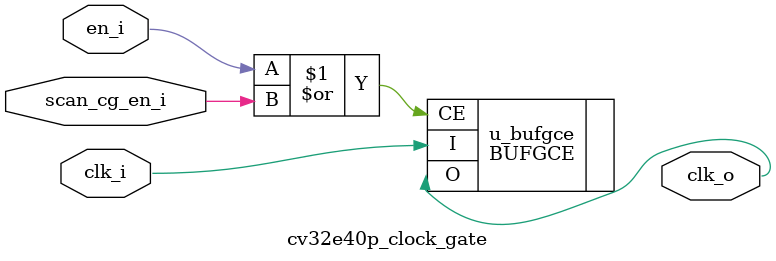
<source format=sv>


//module cv32e40p_clock_gate (
//    input  logic clk_i,
//    input  logic en_i,
//    input  logic scan_cg_en_i,
  //  output logic clk_o
//);

  //logic clk_en;

  //always_latch begin
    //if (clk_i == 1'b0) clk_en <= en_i | scan_cg_en_i;
  //end

  //assign clk_o = clk_i & clk_en;

//endmodule  // cv32e40p_clock_gate
// FPGA uyumlu, TIMING-14 hatasýný çözen versiyon
module cv32e40p_clock_gate (
    input  logic clk_i,
    input  logic en_i,
    input  logic scan_cg_en_i,
    output logic clk_o
);

  // Xilinx 7-serisi (Artix-7) için özel Saat Tamponu
  // Bu blok saati durdururken LUT kullanmaz, saat aðacýný bozmaz.
  BUFGCE u_bufgce (
      .I  (clk_i),           // Saat giriþi
      .CE (en_i | scan_cg_en_i), // Enable sinyali
      .O  (clk_o)            // Temiz saat çýkýþý
  );

endmodule
</source>
